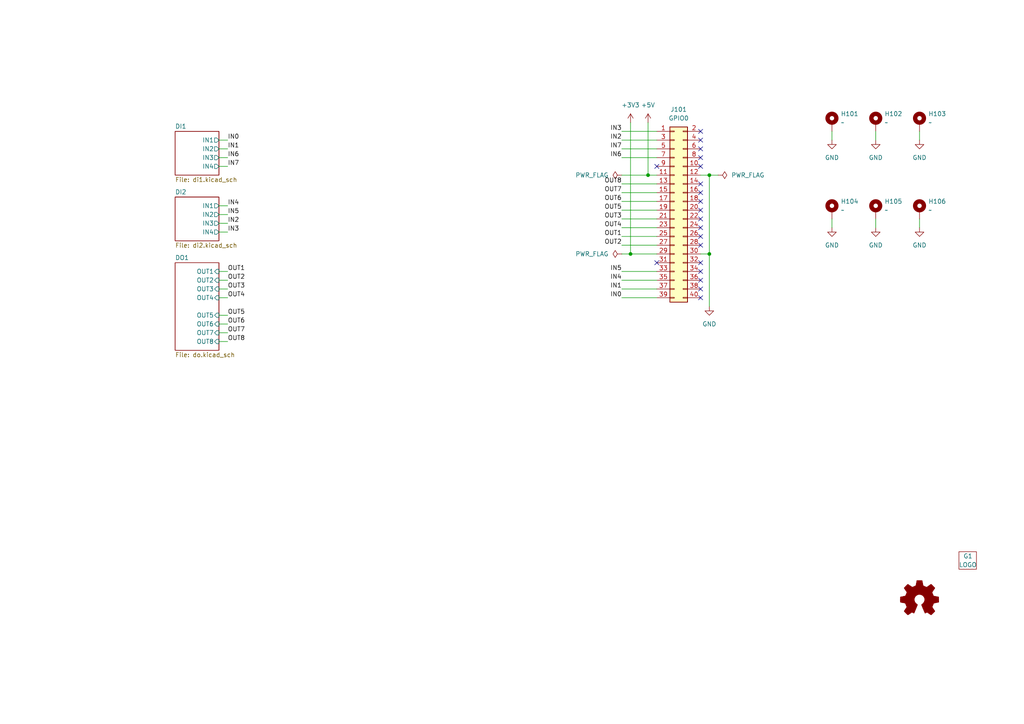
<source format=kicad_sch>
(kicad_sch (version 20211123) (generator eeschema)
  (paper "A4")
  (title_block (title "Cyclone V based Latencybox") (rev "v0.1") (company "Benedikt Spranger") (comment 1 "SPDX-License-Identifier: CERN-OHL-S-2.0") (comment 2 "https://ohwr.org/cern_ohl_s_v2.txt") (comment 3 "To view a copy of this license, visit") (comment 4 "This work is licensed under the CERN-OHL-S v2"))
  (lib_symbols
    (symbol "Connector_Generic:Conn_02x20_Odd_Even" (pin_names (offset 1.016) hide)
      (property "Reference" "J" (at 1.27 25.4 0))
      (property "Value" "Conn_02x20_Odd_Even" (at 1.27 -27.94 0))
      (symbol "Conn_02x20_Odd_Even_1_1"
        (rectangle (start -1.27 -25.273) (end 0 -25.527) (stroke (width 0.1524)))
        (rectangle (start -1.27 -22.733) (end 0 -22.987) (stroke (width 0.1524)))
        (rectangle (start -1.27 -20.193) (end 0 -20.447) (stroke (width 0.1524)))
        (rectangle (start -1.27 -17.653) (end 0 -17.907) (stroke (width 0.1524)))
        (rectangle (start -1.27 -15.113) (end 0 -15.367) (stroke (width 0.1524)))
        (rectangle (start -1.27 -12.573) (end 0 -12.827) (stroke (width 0.1524)))
        (rectangle (start -1.27 -10.033) (end 0 -10.287) (stroke (width 0.1524)))
        (rectangle (start -1.27 -7.493) (end 0 -7.747) (stroke (width 0.1524)))
        (rectangle (start -1.27 -4.953) (end 0 -5.207) (stroke (width 0.1524)))
        (rectangle (start -1.27 -2.413) (end 0 -2.667) (stroke (width 0.1524)))
        (rectangle (start -1.27 0.127) (end 0 -0.127) (stroke (width 0.1524)))
        (rectangle (start -1.27 2.667) (end 0 2.413) (stroke (width 0.1524)))
        (rectangle (start -1.27 5.207) (end 0 4.953) (stroke (width 0.1524)))
        (rectangle (start -1.27 7.747) (end 0 7.493) (stroke (width 0.1524)))
        (rectangle (start -1.27 10.287) (end 0 10.033) (stroke (width 0.1524)))
        (rectangle (start -1.27 12.827) (end 0 12.573) (stroke (width 0.1524)))
        (rectangle (start -1.27 15.367) (end 0 15.113) (stroke (width 0.1524)))
        (rectangle (start -1.27 17.907) (end 0 17.653) (stroke (width 0.1524)))
        (rectangle (start -1.27 20.447) (end 0 20.193) (stroke (width 0.1524)))
        (rectangle (start -1.27 22.987) (end 0 22.733) (stroke (width 0.1524)))
        (rectangle (start -1.27 24.13) (end 3.81 -26.67) (stroke (width 0.254)) (fill (type background)))
        (rectangle (start 3.81 -25.273) (end 2.54 -25.527) (stroke (width 0.1524)))
        (rectangle (start 3.81 -22.733) (end 2.54 -22.987) (stroke (width 0.1524)))
        (rectangle (start 3.81 -20.193) (end 2.54 -20.447) (stroke (width 0.1524)))
        (rectangle (start 3.81 -17.653) (end 2.54 -17.907) (stroke (width 0.1524)))
        (rectangle (start 3.81 -15.113) (end 2.54 -15.367) (stroke (width 0.1524)))
        (rectangle (start 3.81 -12.573) (end 2.54 -12.827) (stroke (width 0.1524)))
        (rectangle (start 3.81 -10.033) (end 2.54 -10.287) (stroke (width 0.1524)))
        (rectangle (start 3.81 -7.493) (end 2.54 -7.747) (stroke (width 0.1524)))
        (rectangle (start 3.81 -4.953) (end 2.54 -5.207) (stroke (width 0.1524)))
        (rectangle (start 3.81 -2.413) (end 2.54 -2.667) (stroke (width 0.1524)))
        (rectangle (start 3.81 0.127) (end 2.54 -0.127) (stroke (width 0.1524)))
        (rectangle (start 3.81 2.667) (end 2.54 2.413) (stroke (width 0.1524)))
        (rectangle (start 3.81 5.207) (end 2.54 4.953) (stroke (width 0.1524)))
        (rectangle (start 3.81 7.747) (end 2.54 7.493) (stroke (width 0.1524)))
        (rectangle (start 3.81 10.287) (end 2.54 10.033) (stroke (width 0.1524)))
        (rectangle (start 3.81 12.827) (end 2.54 12.573) (stroke (width 0.1524)))
        (rectangle (start 3.81 15.367) (end 2.54 15.113) (stroke (width 0.1524)))
        (rectangle (start 3.81 17.907) (end 2.54 17.653) (stroke (width 0.1524)))
        (rectangle (start 3.81 20.447) (end 2.54 20.193) (stroke (width 0.1524)))
        (rectangle (start 3.81 22.987) (end 2.54 22.733) (stroke (width 0.1524)))
        (pin passive line (at -5.08 22.86 0) (length 3.81) (name "Pin_1") (number "1"))
        (pin passive line (at 7.62 12.7 180) (length 3.81) (name "Pin_10") (number "10"))
        (pin passive line (at -5.08 10.16 0) (length 3.81) (name "Pin_11") (number "11"))
        (pin passive line (at 7.62 10.16 180) (length 3.81) (name "Pin_12") (number "12"))
        (pin passive line (at -5.08 7.62 0) (length 3.81) (name "Pin_13") (number "13"))
        (pin passive line (at 7.62 7.62 180) (length 3.81) (name "Pin_14") (number "14"))
        (pin passive line (at -5.08 5.08 0) (length 3.81) (name "Pin_15") (number "15"))
        (pin passive line (at 7.62 5.08 180) (length 3.81) (name "Pin_16") (number "16"))
        (pin passive line (at -5.08 2.54 0) (length 3.81) (name "Pin_17") (number "17"))
        (pin passive line (at 7.62 2.54 180) (length 3.81) (name "Pin_18") (number "18"))
        (pin passive line (at -5.08 0 0) (length 3.81) (name "Pin_19") (number "19"))
        (pin passive line (at 7.62 22.86 180) (length 3.81) (name "Pin_2") (number "2"))
        (pin passive line (at 7.62 0 180) (length 3.81) (name "Pin_20") (number "20"))
        (pin passive line (at -5.08 -2.54 0) (length 3.81) (name "Pin_21") (number "21"))
        (pin passive line (at 7.62 -2.54 180) (length 3.81) (name "Pin_22") (number "22"))
        (pin passive line (at -5.08 -5.08 0) (length 3.81) (name "Pin_23") (number "23"))
        (pin passive line (at 7.62 -5.08 180) (length 3.81) (name "Pin_24") (number "24"))
        (pin passive line (at -5.08 -7.62 0) (length 3.81) (name "Pin_25") (number "25"))
        (pin passive line (at 7.62 -7.62 180) (length 3.81) (name "Pin_26") (number "26"))
        (pin passive line (at -5.08 -10.16 0) (length 3.81) (name "Pin_27") (number "27"))
        (pin passive line (at 7.62 -10.16 180) (length 3.81) (name "Pin_28") (number "28"))
        (pin passive line (at -5.08 -12.7 0) (length 3.81) (name "Pin_29") (number "29"))
        (pin passive line (at -5.08 20.32 0) (length 3.81) (name "Pin_3") (number "3"))
        (pin passive line (at 7.62 -12.7 180) (length 3.81) (name "Pin_30") (number "30"))
        (pin passive line (at -5.08 -15.24 0) (length 3.81) (name "Pin_31") (number "31"))
        (pin passive line (at 7.62 -15.24 180) (length 3.81) (name "Pin_32") (number "32"))
        (pin passive line (at -5.08 -17.78 0) (length 3.81) (name "Pin_33") (number "33"))
        (pin passive line (at 7.62 -17.78 180) (length 3.81) (name "Pin_34") (number "34"))
        (pin passive line (at -5.08 -20.32 0) (length 3.81) (name "Pin_35") (number "35"))
        (pin passive line (at 7.62 -20.32 180) (length 3.81) (name "Pin_36") (number "36"))
        (pin passive line (at -5.08 -22.86 0) (length 3.81) (name "Pin_37") (number "37"))
        (pin passive line (at 7.62 -22.86 180) (length 3.81) (name "Pin_38") (number "38"))
        (pin passive line (at -5.08 -25.4 0) (length 3.81) (name "Pin_39") (number "39"))
        (pin passive line (at 7.62 20.32 180) (length 3.81) (name "Pin_4") (number "4"))
        (pin passive line (at 7.62 -25.4 180) (length 3.81) (name "Pin_40") (number "40"))
        (pin passive line (at -5.08 17.78 0) (length 3.81) (name "Pin_5") (number "5"))
        (pin passive line (at 7.62 17.78 180) (length 3.81) (name "Pin_6") (number "6"))
        (pin passive line (at -5.08 15.24 0) (length 3.81) (name "Pin_7") (number "7"))
        (pin passive line (at 7.62 15.24 180) (length 3.81) (name "Pin_8") (number "8"))
        (pin passive line (at -5.08 12.7 0) (length 3.81) (name "Pin_9") (number "9"))
      )
    )
    (symbol "Graphic:Logo_Open_Hardware_Small" (pin_names (offset 1.016))
      (symbol "Logo_Open_Hardware_Small_0_1"
        (polyline (pts (xy 3.3528 -4.3434) (xy 3.302 -4.318) (xy 3.175 -4.2418) (xy 2.9972 -4.1148) (xy 2.7686 -3.9624) (xy 2.54 -3.81) (xy 2.3622 -3.7084) (xy 2.2352 -3.6068) (xy 2.1844 -3.5814) (xy 2.159 -3.6068) (xy 2.0574 -3.6576) (xy 1.905 -3.7338) (xy 1.8034 -3.7846) (xy 1.6764 -3.8354) (xy 1.6002 -3.8354) (xy 1.6002 -3.8354) (xy 1.5494 -3.7338) (xy 1.4732 -3.5306) (xy 1.3462 -3.302) (xy 1.2446 -3.0226) (xy 1.1176 -2.7178) (xy 0.9652 -2.413) (xy 0.8636 -2.1082) (xy 0.7366 -1.8288) (xy 0.6604 -1.6256) (xy 0.6096 -1.4732) (xy 0.5842 -1.397) (xy 0.5842 -1.397) (xy 0.6604 -1.3208) (xy 0.7874 -1.2446) (xy 1.0414 -1.016) (xy 1.2954 -0.6858) (xy 1.4478 -0.3302) (xy 1.524 0.0762) (xy 1.4732 0.4572) (xy 1.3208 0.8128) (xy 1.0668 1.143) (xy 0.762 1.3716) (xy 0.4064 1.524) (xy 0 1.5748) (xy -0.381 1.5494) (xy -0.7366 1.397) (xy -1.0668 1.143) (xy -1.2192 0.9906) (xy -1.397 0.6604) (xy -1.524 0.3048) (xy -1.524 0.2286) (xy -1.4986 -0.1778) (xy -1.397 -0.5334) (xy -1.1938 -0.8636) (xy -0.9144 -1.143) (xy -0.8636 -1.1684) (xy -0.7366 -1.27) (xy -0.635 -1.3462) (xy -0.5842 -1.397) (xy -1.0668 -2.5908) (xy -1.143 -2.794) (xy -1.2954 -3.1242) (xy -1.397 -3.4036) (xy -1.4986 -3.6322) (xy -1.5748 -3.7846) (xy -1.6002 -3.8354) (xy -1.6002 -3.8354) (xy -1.651 -3.8354) (xy -1.7272 -3.81) (xy -1.905 -3.7338) (xy -2.0066 -3.683) (xy -2.1336 -3.6068) (xy -2.2098 -3.5814) (xy -2.2606 -3.6068) (xy -2.3622 -3.683) (xy -2.54 -3.81) (xy -2.7686 -3.9624) (xy -2.9718 -4.0894) (xy -3.1496 -4.2164) (xy -3.302 -4.318) (xy -3.3528 -4.3434) (xy -3.3782 -4.3434) (xy -3.429 -4.318) (xy -3.5306 -4.2164) (xy -3.7084 -4.064) (xy -3.937 -3.8354) (xy -3.9624 -3.81) (xy -4.1656 -3.6068) (xy -4.318 -3.4544) (xy -4.4196 -3.3274) (xy -4.445 -3.2766) (xy -4.445 -3.2766) (xy -4.4196 -3.2258) (xy -4.318 -3.0734) (xy -4.2164 -2.8956) (xy -4.064 -2.667) (xy -3.6576 -2.0828) (xy -3.8862 -1.5494) (xy -3.937 -1.3716) (xy -4.0386 -1.1684) (xy -4.0894 -1.0414) (xy -4.1148 -0.9652) (xy -4.191 -0.9398) (xy -4.318 -0.9144) (xy -4.5466 -0.8636) (xy -4.8006 -0.8128) (xy -5.0546 -0.7874) (xy -5.2578 -0.7366) (xy -5.4356 -0.7112) (xy -5.5118 -0.6858) (xy -5.5118 -0.6858) (xy -5.5372 -0.635) (xy -5.5372 -0.5588) (xy -5.5372 -0.4318) (xy -5.5626 -0.2286) (xy -5.5626 0.0762) (xy -5.5626 0.127) (xy -5.5372 0.4064) (xy -5.5372 0.635) (xy -5.5372 0.762) (xy -5.5372 0.8382) (xy -5.5372 0.8382) (xy -5.461 0.8382) (xy -5.3086 0.889) (xy -5.08 0.9144) (xy -4.826 0.9652) (xy -4.8006 0.9906) (xy -4.5466 1.0414) (xy -4.318 1.0668) (xy -4.1656 1.1176) (xy -4.0894 1.143) (xy -4.0894 1.143) (xy -4.0386 1.2446) (xy -3.9624 1.4224) (xy -3.8608 1.6256) (xy -3.7846 1.8288) (xy -3.7084 2.0066) (xy -3.6576 2.159) (xy -3.6322 2.2098) (xy -3.6322 2.2098) (xy -3.683 2.286) (xy -3.7592 2.413) (xy -3.8862 2.5908) (xy -4.064 2.8194) (xy -4.064 2.8448) (xy -4.2164 3.0734) (xy -4.3434 3.2512) (xy -4.4196 3.3782) (xy -4.445 3.4544) (xy -4.445 3.4544) (xy -4.3942 3.5052) (xy -4.2926 3.6322) (xy -4.1148 3.81) (xy -3.937 4.0132) (xy -3.8608 4.064) (xy -3.6576 4.2926) (xy -3.5052 4.4196) (xy -3.4036 4.4958) (xy -3.3528 4.5212) (xy -3.3528 4.5212) (xy -3.302 4.4704) (xy -3.1496 4.3688) (xy -2.9718 4.2418) (xy -2.7432 4.0894) (xy -2.7178 4.0894) (xy -2.4892 3.937) (xy -2.3114 3.81) (xy -2.1844 3.7084) (xy -2.1336 3.683) (xy -2.1082 3.683) (xy -2.032 3.7084) (xy -1.8542 3.7592) (xy -1.6764 3.8354) (xy -1.4732 3.937) (xy -1.27 4.0132) (xy -1.143 4.064) (xy -1.0668 4.1148) (xy -1.0668 4.1148) (xy -1.0414 4.191) (xy -1.016 4.3434) (xy -0.9652 4.572) (xy -0.9144 4.8514) (xy -0.889 4.9022) (xy -0.8382 5.1562) (xy -0.8128 5.3848) (xy -0.7874 5.5372) (xy -0.762 5.588) (xy -0.7112 5.6134) (xy -0.5842 5.6134) (xy -0.4064 5.6134) (xy -0.1524 5.6134) (xy 0.0762 5.6134) (xy 0.3302 5.6134) (xy 0.5334 5.6134) (xy 0.6858 5.588) (xy 0.7366 5.588) (xy 0.7366 5.588) (xy 0.762 5.5118) (xy 0.8128 5.334) (xy 0.8382 5.1054) (xy 0.9144 4.826) (xy 0.9144 4.7752) (xy 0.9652 4.5212) (xy 1.016 4.2926) (xy 1.0414 4.1402) (xy 1.0668 4.0894) (xy 1.0668 4.0894) (xy 1.1938 4.0386) (xy 1.3716 3.9624) (xy 1.5748 3.8608) (xy 2.0828 3.6576) (xy 2.7178 4.0894) (xy 2.7686 4.1402) (xy 2.9972 4.2926) (xy 3.175 4.4196) (xy 3.302 4.4958) (xy 3.3782 4.5212) (xy 3.3782 4.5212) (xy 3.429 4.4704) (xy 3.556 4.3434) (xy 3.7338 4.191) (xy 3.9116 3.9878) (xy 4.064 3.8354) (xy 4.2418 3.6576) (xy 4.3434 3.556) (xy 4.4196 3.4798) (xy 4.4196 3.429) (xy 4.4196 3.4036) (xy 4.3942 3.3274) (xy 4.2926 3.2004) (xy 4.1656 2.9972) (xy 4.0132 2.794) (xy 3.8862 2.5908) (xy 3.7592 2.3876) (xy 3.6576 2.2352) (xy 3.6322 2.159) (xy 3.6322 2.1336) (xy 3.683 2.0066) (xy 3.7592 1.8288) (xy 3.8608 1.6002) (xy 4.064 1.1176) (xy 4.3942 1.0414) (xy 4.5974 1.016) (xy 4.8768 0.9652) (xy 5.1308 0.9144) (xy 5.5372 0.8382) (xy 5.5626 -0.6604) (xy 5.4864 -0.6858) (xy 5.4356 -0.6858) (xy 5.2832 -0.7366) (xy 5.0546 -0.762) (xy 4.8006 -0.8128) (xy 4.5974 -0.8636) (xy 4.3688 -0.9144) (xy 4.2164 -0.9398) (xy 4.1402 -0.9398) (xy 4.1148 -0.9652) (xy 4.064 -1.0668) (xy 3.9878 -1.2446) (xy 3.9116 -1.4478) (xy 3.81 -1.651) (xy 3.7338 -1.8542) (xy 3.683 -2.0066) (xy 3.6576 -2.0828) (xy 3.683 -2.1336) (xy 3.7846 -2.2606) (xy 3.8862 -2.4638) (xy 4.0386 -2.667) (xy 4.191 -2.8956) (xy 4.318 -3.0734) (xy 4.3942 -3.2004) (xy 4.445 -3.2766) (xy 4.4196 -3.3274) (xy 4.3434 -3.429) (xy 4.1656 -3.5814) (xy 3.937 -3.8354) (xy 3.8862 -3.8608) (xy 3.683 -4.064) (xy 3.5306 -4.2164) (xy 3.4036 -4.318) (xy 3.3528 -4.3434)) (fill (type outline)))
      )
    )
    (symbol "Mechanical:MountingHole_Pad" (pin_numbers hide) (pin_names (offset 1.016) hide)
      (property "Reference" "H" (at 0 6.35 0))
      (property "Value" "MountingHole_Pad" (at 0 4.445 0))
      (symbol "MountingHole_Pad_0_1"
        (circle (center 0 1.27) (radius 1.27) (stroke (width 1.27)))
      )
      (symbol "MountingHole_Pad_1_1"
        (pin input line (at 0 -2.54 90) (length 2.54) (name "1") (number "1"))
      )
    )
    (symbol "eurovibes:LOGO"
      (property "Reference" "G" (at 0 -1.27 0))
      (property "Value" "LOGO" (at 0 1.27 0))
      (symbol "LOGO_0_1"
        (rectangle (start -2.54 2.54) (end 2.54 -2.54))
      )
    )
    (symbol "power:+3V3" (power) (pin_names (offset 0))
      (property "Value" "+3V3" (at 0 3.556 0))
      (symbol "+3V3_0_1"
        (polyline (pts (xy -0.762 1.27) (xy 0 2.54)))
        (polyline (pts (xy 0 0) (xy 0 2.54)))
        (polyline (pts (xy 0 2.54) (xy 0.762 1.27)))
      )
      (symbol "+3V3_1_1"
        (pin power_in line (at 0 0 90) (length 0) hide (name "+3V3") (number "1"))
      )
    )
    (symbol "power:+5V" (power) (pin_names (offset 0))
      (property "Value" "+5V" (at 0 3.556 0))
      (symbol "+5V_0_1"
        (polyline (pts (xy -0.762 1.27) (xy 0 2.54)))
        (polyline (pts (xy 0 0) (xy 0 2.54)))
        (polyline (pts (xy 0 2.54) (xy 0.762 1.27)))
      )
      (symbol "+5V_1_1"
        (pin power_in line (at 0 0 90) (length 0) hide (name "+5V") (number "1"))
      )
    )
    (symbol "power:GND" (power) (pin_names (offset 0))
      (property "Value" "GND" (at 0 -3.81 0))
      (symbol "GND_0_1"
        (polyline (pts (xy 0 0) (xy 0 -1.27) (xy 1.27 -1.27) (xy 0 -2.54) (xy -1.27 -1.27) (xy 0 -1.27)))
      )
      (symbol "GND_1_1"
        (pin power_in line (at 0 0 270) (length 0) hide (name "GND") (number "1"))
      )
    )
    (symbol "power:PWR_FLAG" (power) (pin_numbers hide) (pin_names (offset 0) hide)
      (property "Value" "PWR_FLAG" (at 0 3.81 0))
      (symbol "PWR_FLAG_0_0"
        (pin power_out line (at 0 0 90) (length 0) (name "pwr") (number "1"))
      )
      (symbol "PWR_FLAG_0_1"
        (polyline (pts (xy 0 0) (xy 0 1.27) (xy -1.016 1.905) (xy 0 2.54) (xy 1.016 1.905) (xy 0 1.27)))
      )
    )
  )
  (junction (at 182.88 73.66))
  (junction (at 187.96 50.8))
  (junction (at 205.74 73.66))
  (junction (at 205.74 50.8))
  (no_connect (at 203.2 43.18))
  (no_connect (at 203.2 45.72))
  (no_connect (at 190.5 48.26))
  (no_connect (at 203.2 48.26))
  (no_connect (at 203.2 86.36))
  (no_connect (at 203.2 78.74))
  (no_connect (at 203.2 83.82))
  (no_connect (at 203.2 81.28))
  (no_connect (at 190.5 76.2))
  (no_connect (at 203.2 38.1))
  (no_connect (at 203.2 40.64))
  (no_connect (at 203.2 76.2))
  (no_connect (at 203.2 71.12))
  (no_connect (at 203.2 68.58))
  (no_connect (at 203.2 66.04))
  (no_connect (at 203.2 53.34))
  (no_connect (at 203.2 63.5))
  (no_connect (at 203.2 60.96))
  (no_connect (at 203.2 58.42))
  (no_connect (at 203.2 55.88))
  (wire (pts (xy 241.3 63.5) (xy 241.3 66.04)))
  (wire (pts (xy 63.5 43.18) (xy 66.04 43.18)))
  (wire (pts (xy 180.34 71.12) (xy 190.5 71.12)))
  (wire (pts (xy 180.34 45.72) (xy 190.5 45.72)))
  (wire (pts (xy 180.34 81.28) (xy 190.5 81.28)))
  (wire (pts (xy 63.5 83.82) (xy 66.04 83.82)))
  (wire (pts (xy 266.7 63.5) (xy 266.7 66.04)))
  (wire (pts (xy 203.2 73.66) (xy 205.74 73.66)))
  (wire (pts (xy 266.7 38.1) (xy 266.7 40.64)))
  (wire (pts (xy 254 38.1) (xy 254 40.64)))
  (wire (pts (xy 63.5 62.23) (xy 66.04 62.23)))
  (wire (pts (xy 205.74 50.8) (xy 205.74 73.66)))
  (wire (pts (xy 63.5 93.98) (xy 66.04 93.98)))
  (wire (pts (xy 63.5 81.28) (xy 66.04 81.28)))
  (wire (pts (xy 63.5 45.72) (xy 66.04 45.72)))
  (wire (pts (xy 180.34 43.18) (xy 190.5 43.18)))
  (wire (pts (xy 190.5 73.66) (xy 182.88 73.66)))
  (wire (pts (xy 180.34 66.04) (xy 190.5 66.04)))
  (wire (pts (xy 63.5 67.31) (xy 66.04 67.31)))
  (wire (pts (xy 63.5 48.26) (xy 66.04 48.26)))
  (wire (pts (xy 180.34 63.5) (xy 190.5 63.5)))
  (wire (pts (xy 180.34 83.82) (xy 190.5 83.82)))
  (wire (pts (xy 180.34 86.36) (xy 190.5 86.36)))
  (wire (pts (xy 254 63.5) (xy 254 66.04)))
  (wire (pts (xy 182.88 73.66) (xy 182.88 35.56)))
  (wire (pts (xy 63.5 40.64) (xy 66.04 40.64)))
  (wire (pts (xy 241.3 38.1) (xy 241.3 40.64)))
  (wire (pts (xy 203.2 50.8) (xy 205.74 50.8)))
  (wire (pts (xy 187.96 50.8) (xy 187.96 35.56)))
  (wire (pts (xy 63.5 99.06) (xy 66.04 99.06)))
  (wire (pts (xy 63.5 64.77) (xy 66.04 64.77)))
  (wire (pts (xy 180.34 68.58) (xy 190.5 68.58)))
  (wire (pts (xy 180.34 55.88) (xy 190.5 55.88)))
  (wire (pts (xy 180.34 40.64) (xy 190.5 40.64)))
  (wire (pts (xy 63.5 78.74) (xy 66.04 78.74)))
  (wire (pts (xy 180.34 53.34) (xy 190.5 53.34)))
  (wire (pts (xy 63.5 86.36) (xy 66.04 86.36)))
  (wire (pts (xy 180.34 60.96) (xy 190.5 60.96)))
  (wire (pts (xy 180.34 78.74) (xy 190.5 78.74)))
  (wire (pts (xy 180.34 73.66) (xy 182.88 73.66)))
  (wire (pts (xy 180.34 58.42) (xy 190.5 58.42)))
  (wire (pts (xy 180.34 50.8) (xy 187.96 50.8)))
  (wire (pts (xy 63.5 91.44) (xy 66.04 91.44)))
  (wire (pts (xy 63.5 96.52) (xy 66.04 96.52)))
  (wire (pts (xy 205.74 50.8) (xy 208.28 50.8)))
  (wire (pts (xy 205.74 73.66) (xy 205.74 88.9)))
  (wire (pts (xy 180.34 38.1) (xy 190.5 38.1)))
  (wire (pts (xy 190.5 50.8) (xy 187.96 50.8)))
  (wire (pts (xy 63.5 59.69) (xy 66.04 59.69)))
  (label "OUT8" (at 180.34 53.34 180))
  (label "IN1" (at 66.04 43.18 0))
  (label "IN6" (at 66.04 45.72 0))
  (label "IN0" (at 66.04 40.64 0))
  (label "OUT1" (at 66.04 78.74 0))
  (label "OUT1" (at 180.34 68.58 180))
  (label "OUT4" (at 180.34 66.04 180))
  (label "IN2" (at 180.34 40.64 180))
  (label "OUT5" (at 180.34 60.96 180))
  (label "OUT6" (at 66.04 93.98 0))
  (label "IN7" (at 66.04 48.26 0))
  (label "IN3" (at 66.04 67.31 0))
  (label "OUT2" (at 66.04 81.28 0))
  (label "IN5" (at 180.34 78.74 180))
  (label "OUT3" (at 180.34 63.5 180))
  (label "IN0" (at 180.34 86.36 180))
  (label "OUT4" (at 66.04 86.36 0))
  (label "OUT3" (at 66.04 83.82 0))
  (label "OUT8" (at 66.04 99.06 0))
  (label "IN1" (at 180.34 83.82 180))
  (label "IN3" (at 180.34 38.1 180))
  (label "IN4" (at 180.34 81.28 180))
  (label "IN4" (at 66.04 59.69 0))
  (label "OUT6" (at 180.34 58.42 180))
  (label "OUT5" (at 66.04 91.44 0))
  (label "IN5" (at 66.04 62.23 0))
  (label "OUT2" (at 180.34 71.12 180))
  (label "IN2" (at 66.04 64.77 0))
  (label "OUT7" (at 66.04 96.52 0))
  (label "IN6" (at 180.34 45.72 180))
  (label "OUT7" (at 180.34 55.88 180))
  (label "IN7" (at 180.34 43.18 180))
  (symbol (lib_id "eurovibes:LOGO") (at 280.67 162.56 0) (unit 1)
    (property "Reference" "G1" (at 279.4 161.29 0) (effects (justify left)))
    (property "Value" "LOGO" (at 278.13 163.83 0) (effects (justify left)))
    (property "Footprint" "eurovibes:LOGO" (effects hide))
    (property "Datasheet" "https://github.com/eurovibes" (effects hide))
  )
  (symbol (lib_id "power:GND") (at 266.7 66.04 0) (unit 1)
    (property "Reference" "#PWR0108" (effects hide))
    (property "Value" "GND" (at 266.7 71.12 0))
  )
  (symbol (lib_id "Mechanical:MountingHole_Pad") (at 266.7 60.96 0) (unit 1)
    (property "Reference" "H106" (at 269.24 58.4199 0) (effects (justify left)))
    (property "Value" "~" (at 269.24 60.9599 0) (effects (justify left)))
    (property "Footprint" "MountingHole:MountingHole_3.2mm_M3_ISO14580_Pad" (effects hide))
    (property "assemble" "n" (effects hide))
  )
  (symbol (lib_id "Mechanical:MountingHole_Pad") (at 254 60.96 0) (unit 1)
    (property "Reference" "H105" (at 256.54 58.4199 0) (effects (justify left)))
    (property "Value" "~" (at 256.54 60.9599 0) (effects (justify left)))
    (property "Footprint" "MountingHole:MountingHole_3.2mm_M3_ISO14580_Pad" (effects hide))
    (property "assemble" "n" (effects hide))
  )
  (symbol (lib_id "power:GND") (at 254 40.64 0) (unit 1)
    (property "Reference" "#PWR0104" (effects hide))
    (property "Value" "GND" (at 254 45.72 0))
  )
  (symbol (lib_id "Mechanical:MountingHole_Pad") (at 241.3 60.96 0) (unit 1)
    (property "Reference" "H104" (at 243.84 58.4199 0) (effects (justify left)))
    (property "Value" "~" (at 243.84 60.9599 0) (effects (justify left)))
    (property "Footprint" "MountingHole:MountingHole_3.2mm_M3_ISO14580_Pad" (effects hide))
    (property "assemble" "n" (effects hide))
  )
  (symbol (lib_id "power:PWR_FLAG") (at 208.28 50.8 270) (unit 1)
    (property "Reference" "#FLG0102" (effects hide))
    (property "Value" "PWR_FLAG" (at 212.09 50.7999 90) (effects (justify left)))
  )
  (symbol (lib_id "Mechanical:MountingHole_Pad") (at 241.3 35.56 0) (unit 1)
    (property "Reference" "H101" (at 243.84 33.0199 0) (effects (justify left)))
    (property "Value" "~" (at 243.84 35.5599 0) (effects (justify left)))
    (property "Footprint" "MountingHole:MountingHole_3.2mm_M3_ISO14580_Pad" (effects hide))
    (property "assemble" "n" (effects hide))
  )
  (symbol (lib_id "power:PWR_FLAG") (at 180.34 50.8 90) (unit 1)
    (property "Reference" "#FLG0101" (effects hide))
    (property "Value" "PWR_FLAG" (at 176.53 50.7999 90) (effects (justify left)))
  )
  (symbol (lib_id "Mechanical:MountingHole_Pad") (at 254 35.56 0) (unit 1)
    (property "Reference" "H102" (at 256.54 33.0199 0) (effects (justify left)))
    (property "Value" "~" (at 256.54 35.5599 0) (effects (justify left)))
    (property "Footprint" "MountingHole:MountingHole_3.2mm_M3_ISO14580_Pad" (effects hide))
    (property "assemble" "n" (effects hide))
  )
  (symbol (lib_id "Graphic:Logo_Open_Hardware_Small") (at 266.7 173.99 0) (unit 1)
    (property "Reference" "#LOGO1" (effects hide))
    (property "Value" "Logo_Open_Hardware_Small" (effects hide))
  )
  (symbol (lib_id "power:GND") (at 254 66.04 0) (unit 1)
    (property "Reference" "#PWR0107" (effects hide))
    (property "Value" "GND" (at 254 71.12 0))
  )
  (symbol (lib_id "power:GND") (at 266.7 40.64 0) (unit 1)
    (property "Reference" "#PWR0105" (effects hide))
    (property "Value" "GND" (at 266.7 45.72 0))
  )
  (symbol (lib_id "Mechanical:MountingHole_Pad") (at 266.7 35.56 0) (unit 1)
    (property "Reference" "H103" (at 269.24 33.0199 0) (effects (justify left)))
    (property "Value" "~" (at 269.24 35.5599 0) (effects (justify left)))
    (property "Footprint" "MountingHole:MountingHole_3.2mm_M3_ISO14580_Pad" (effects hide))
    (property "assemble" "n" (effects hide))
  )
  (symbol (lib_id "power:+5V") (at 187.96 35.56 0) (unit 1)
    (property "Reference" "#PWR0102" (effects hide))
    (property "Value" "+5V" (at 187.96 30.48 0))
  )
  (symbol (lib_id "power:PWR_FLAG") (at 180.34 73.66 90) (unit 1)
    (property "Reference" "#FLG0103" (effects hide))
    (property "Value" "PWR_FLAG" (at 176.53 73.6599 90) (effects (justify left)))
  )
  (symbol (lib_id "power:+3V3") (at 182.88 35.56 0) (unit 1)
    (property "Reference" "#PWR0101" (effects hide))
    (property "Value" "+3V3" (at 182.88 30.48 0))
  )
  (symbol (lib_id "power:GND") (at 205.74 88.9 0) (unit 1)
    (property "Reference" "#PWR0109" (effects hide))
    (property "Value" "GND" (at 205.74 93.98 0))
  )
  (symbol (lib_id "power:GND") (at 241.3 66.04 0) (unit 1)
    (property "Reference" "#PWR0106" (effects hide))
    (property "Value" "GND" (at 241.3 71.12 0))
  )
  (symbol (lib_id "power:GND") (at 241.3 40.64 0) (unit 1)
    (property "Reference" "#PWR0103" (effects hide))
    (property "Value" "GND" (at 241.3 45.72 0))
  )
  (symbol (lib_id "Connector_Generic:Conn_02x20_Odd_Even") (at 195.58 60.96 0) (unit 1)
    (property "Reference" "J101" (at 196.85 31.75 0))
    (property "Value" "GPIO0" (at 196.85 34.29 0))
    (property "Footprint" "Connector_PinSocket_2.54mm:PinSocket_2x20_P2.54mm_Vertical" (effects hide))
    (property "assemble" "n" (effects hide))
  )
  (sheet (at 50.8 57.15) (size 12.7 12.7) (stroke (width 0.1524))
    (property "Sheet name" "DI2" (at 50.8 56.4384 0) (effects (justify left bottom)))
    (property "Sheet file" "di2.kicad_sch" (at 50.8 70.4346 0) (effects (justify left top)))
    (pin "IN4" output (at 63.5 67.31 0))
    (pin "IN2" output (at 63.5 62.23 0))
    (pin "IN3" output (at 63.5 64.77 0))
    (pin "IN1" output (at 63.5 59.69 0))
  )
  (sheet (at 50.8 76.2) (size 12.7 25.4) (stroke (width 0.1524))
    (property "Sheet name" "DO1" (at 50.8 75.4884 0) (effects (justify left bottom)))
    (property "Sheet file" "do.kicad_sch" (at 50.8 102.1846 0) (effects (justify left top)))
    (pin "OUT3" input (at 63.5 83.82 0))
    (pin "OUT7" input (at 63.5 96.52 0))
    (pin "OUT8" input (at 63.5 99.06 0))
    (pin "OUT4" input (at 63.5 86.36 0))
    (pin "OUT6" input (at 63.5 93.98 0))
    (pin "OUT2" input (at 63.5 81.28 0))
    (pin "OUT1" input (at 63.5 78.74 0))
    (pin "OUT5" input (at 63.5 91.44 0))
  )
  (sheet (at 50.8 38.1) (size 12.7 12.7) (stroke (width 0.1524))
    (property "Sheet name" "DI1" (at 50.8 37.3884 0) (effects (justify left bottom)))
    (property "Sheet file" "di1.kicad_sch" (at 50.8 51.3846 0) (effects (justify left top)))
    (pin "IN4" output (at 63.5 48.26 0))
    (pin "IN2" output (at 63.5 43.18 0))
    (pin "IN3" output (at 63.5 45.72 0))
    (pin "IN1" output (at 63.5 40.64 0))
  )
)
</source>
